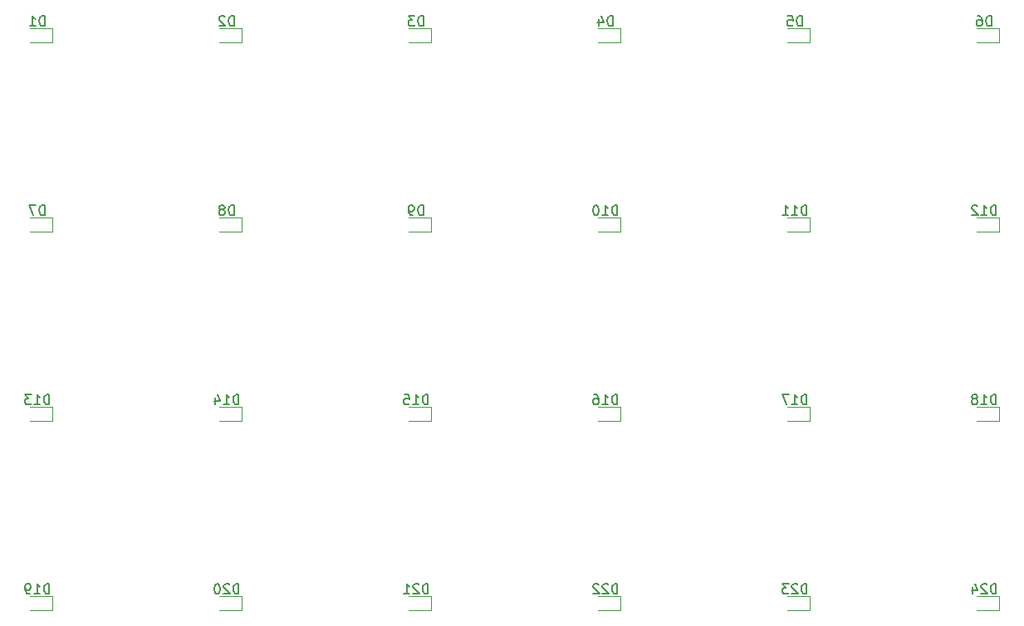
<source format=gbo>
G04 #@! TF.GenerationSoftware,KiCad,Pcbnew,(5.1.2)-2*
G04 #@! TF.CreationDate,2020-01-02T13:45:33-06:00*
G04 #@! TF.ProjectId,untitled-keyboard-project,756e7469-746c-4656-942d-6b6579626f61,rev?*
G04 #@! TF.SameCoordinates,Original*
G04 #@! TF.FileFunction,Legend,Bot*
G04 #@! TF.FilePolarity,Positive*
%FSLAX46Y46*%
G04 Gerber Fmt 4.6, Leading zero omitted, Abs format (unit mm)*
G04 Created by KiCad (PCBNEW (5.1.2)-2) date 2020-01-02 13:45:33*
%MOMM*%
%LPD*%
G04 APERTURE LIST*
%ADD10C,0.120000*%
%ADD11C,0.150000*%
G04 APERTURE END LIST*
D10*
X74637000Y-56107000D02*
X72352000Y-56107000D01*
X74637000Y-54637000D02*
X74637000Y-56107000D01*
X72352000Y-54637000D02*
X74637000Y-54637000D01*
X93941000Y-56107000D02*
X91656000Y-56107000D01*
X93941000Y-54637000D02*
X93941000Y-56107000D01*
X91656000Y-54637000D02*
X93941000Y-54637000D01*
X113245000Y-56107000D02*
X110960000Y-56107000D01*
X113245000Y-54637000D02*
X113245000Y-56107000D01*
X110960000Y-54637000D02*
X113245000Y-54637000D01*
X132549000Y-56107000D02*
X130264000Y-56107000D01*
X132549000Y-54637000D02*
X132549000Y-56107000D01*
X130264000Y-54637000D02*
X132549000Y-54637000D01*
X149568000Y-54637000D02*
X151853000Y-54637000D01*
X151853000Y-54637000D02*
X151853000Y-56107000D01*
X151853000Y-56107000D02*
X149568000Y-56107000D01*
X168872000Y-54637000D02*
X171157000Y-54637000D01*
X171157000Y-54637000D02*
X171157000Y-56107000D01*
X171157000Y-56107000D02*
X168872000Y-56107000D01*
X72352000Y-73941000D02*
X74637000Y-73941000D01*
X74637000Y-73941000D02*
X74637000Y-75411000D01*
X74637000Y-75411000D02*
X72352000Y-75411000D01*
X93941000Y-75411000D02*
X91656000Y-75411000D01*
X93941000Y-73941000D02*
X93941000Y-75411000D01*
X91656000Y-73941000D02*
X93941000Y-73941000D01*
X113245000Y-75411000D02*
X110960000Y-75411000D01*
X113245000Y-73941000D02*
X113245000Y-75411000D01*
X110960000Y-73941000D02*
X113245000Y-73941000D01*
X132549000Y-75411000D02*
X130264000Y-75411000D01*
X132549000Y-73941000D02*
X132549000Y-75411000D01*
X130264000Y-73941000D02*
X132549000Y-73941000D01*
X149568000Y-73941000D02*
X151853000Y-73941000D01*
X151853000Y-73941000D02*
X151853000Y-75411000D01*
X151853000Y-75411000D02*
X149568000Y-75411000D01*
X168872000Y-73941000D02*
X171157000Y-73941000D01*
X171157000Y-73941000D02*
X171157000Y-75411000D01*
X171157000Y-75411000D02*
X168872000Y-75411000D01*
X72352000Y-93245000D02*
X74637000Y-93245000D01*
X74637000Y-93245000D02*
X74637000Y-94715000D01*
X74637000Y-94715000D02*
X72352000Y-94715000D01*
X91656000Y-93245000D02*
X93941000Y-93245000D01*
X93941000Y-93245000D02*
X93941000Y-94715000D01*
X93941000Y-94715000D02*
X91656000Y-94715000D01*
X110960000Y-93245000D02*
X113245000Y-93245000D01*
X113245000Y-93245000D02*
X113245000Y-94715000D01*
X113245000Y-94715000D02*
X110960000Y-94715000D01*
X130264000Y-93245000D02*
X132549000Y-93245000D01*
X132549000Y-93245000D02*
X132549000Y-94715000D01*
X132549000Y-94715000D02*
X130264000Y-94715000D01*
X149568000Y-93245000D02*
X151853000Y-93245000D01*
X151853000Y-93245000D02*
X151853000Y-94715000D01*
X151853000Y-94715000D02*
X149568000Y-94715000D01*
X168872000Y-93245000D02*
X171157000Y-93245000D01*
X171157000Y-93245000D02*
X171157000Y-94715000D01*
X171157000Y-94715000D02*
X168872000Y-94715000D01*
X72352000Y-112549000D02*
X74637000Y-112549000D01*
X74637000Y-112549000D02*
X74637000Y-114019000D01*
X74637000Y-114019000D02*
X72352000Y-114019000D01*
X93941000Y-114019000D02*
X91656000Y-114019000D01*
X93941000Y-112549000D02*
X93941000Y-114019000D01*
X91656000Y-112549000D02*
X93941000Y-112549000D01*
X113245000Y-114019000D02*
X110960000Y-114019000D01*
X113245000Y-112549000D02*
X113245000Y-114019000D01*
X110960000Y-112549000D02*
X113245000Y-112549000D01*
X132549000Y-114019000D02*
X130264000Y-114019000D01*
X132549000Y-112549000D02*
X132549000Y-114019000D01*
X130264000Y-112549000D02*
X132549000Y-112549000D01*
X151853000Y-114019000D02*
X149568000Y-114019000D01*
X151853000Y-112549000D02*
X151853000Y-114019000D01*
X149568000Y-112549000D02*
X151853000Y-112549000D01*
X171157000Y-114019000D02*
X168872000Y-114019000D01*
X171157000Y-112549000D02*
X171157000Y-114019000D01*
X168872000Y-112549000D02*
X171157000Y-112549000D01*
D11*
X73890095Y-54394380D02*
X73890095Y-53394380D01*
X73652000Y-53394380D01*
X73509142Y-53442000D01*
X73413904Y-53537238D01*
X73366285Y-53632476D01*
X73318666Y-53822952D01*
X73318666Y-53965809D01*
X73366285Y-54156285D01*
X73413904Y-54251523D01*
X73509142Y-54346761D01*
X73652000Y-54394380D01*
X73890095Y-54394380D01*
X72366285Y-54394380D02*
X72937714Y-54394380D01*
X72652000Y-54394380D02*
X72652000Y-53394380D01*
X72747238Y-53537238D01*
X72842476Y-53632476D01*
X72937714Y-53680095D01*
X93194095Y-54394380D02*
X93194095Y-53394380D01*
X92956000Y-53394380D01*
X92813142Y-53442000D01*
X92717904Y-53537238D01*
X92670285Y-53632476D01*
X92622666Y-53822952D01*
X92622666Y-53965809D01*
X92670285Y-54156285D01*
X92717904Y-54251523D01*
X92813142Y-54346761D01*
X92956000Y-54394380D01*
X93194095Y-54394380D01*
X92241714Y-53489619D02*
X92194095Y-53442000D01*
X92098857Y-53394380D01*
X91860761Y-53394380D01*
X91765523Y-53442000D01*
X91717904Y-53489619D01*
X91670285Y-53584857D01*
X91670285Y-53680095D01*
X91717904Y-53822952D01*
X92289333Y-54394380D01*
X91670285Y-54394380D01*
X112498095Y-54394380D02*
X112498095Y-53394380D01*
X112260000Y-53394380D01*
X112117142Y-53442000D01*
X112021904Y-53537238D01*
X111974285Y-53632476D01*
X111926666Y-53822952D01*
X111926666Y-53965809D01*
X111974285Y-54156285D01*
X112021904Y-54251523D01*
X112117142Y-54346761D01*
X112260000Y-54394380D01*
X112498095Y-54394380D01*
X111593333Y-53394380D02*
X110974285Y-53394380D01*
X111307619Y-53775333D01*
X111164761Y-53775333D01*
X111069523Y-53822952D01*
X111021904Y-53870571D01*
X110974285Y-53965809D01*
X110974285Y-54203904D01*
X111021904Y-54299142D01*
X111069523Y-54346761D01*
X111164761Y-54394380D01*
X111450476Y-54394380D01*
X111545714Y-54346761D01*
X111593333Y-54299142D01*
X131802095Y-54394380D02*
X131802095Y-53394380D01*
X131564000Y-53394380D01*
X131421142Y-53442000D01*
X131325904Y-53537238D01*
X131278285Y-53632476D01*
X131230666Y-53822952D01*
X131230666Y-53965809D01*
X131278285Y-54156285D01*
X131325904Y-54251523D01*
X131421142Y-54346761D01*
X131564000Y-54394380D01*
X131802095Y-54394380D01*
X130373523Y-53727714D02*
X130373523Y-54394380D01*
X130611619Y-53346761D02*
X130849714Y-54061047D01*
X130230666Y-54061047D01*
X151106095Y-54394380D02*
X151106095Y-53394380D01*
X150868000Y-53394380D01*
X150725142Y-53442000D01*
X150629904Y-53537238D01*
X150582285Y-53632476D01*
X150534666Y-53822952D01*
X150534666Y-53965809D01*
X150582285Y-54156285D01*
X150629904Y-54251523D01*
X150725142Y-54346761D01*
X150868000Y-54394380D01*
X151106095Y-54394380D01*
X149629904Y-53394380D02*
X150106095Y-53394380D01*
X150153714Y-53870571D01*
X150106095Y-53822952D01*
X150010857Y-53775333D01*
X149772761Y-53775333D01*
X149677523Y-53822952D01*
X149629904Y-53870571D01*
X149582285Y-53965809D01*
X149582285Y-54203904D01*
X149629904Y-54299142D01*
X149677523Y-54346761D01*
X149772761Y-54394380D01*
X150010857Y-54394380D01*
X150106095Y-54346761D01*
X150153714Y-54299142D01*
X170410095Y-54394380D02*
X170410095Y-53394380D01*
X170172000Y-53394380D01*
X170029142Y-53442000D01*
X169933904Y-53537238D01*
X169886285Y-53632476D01*
X169838666Y-53822952D01*
X169838666Y-53965809D01*
X169886285Y-54156285D01*
X169933904Y-54251523D01*
X170029142Y-54346761D01*
X170172000Y-54394380D01*
X170410095Y-54394380D01*
X168981523Y-53394380D02*
X169172000Y-53394380D01*
X169267238Y-53442000D01*
X169314857Y-53489619D01*
X169410095Y-53632476D01*
X169457714Y-53822952D01*
X169457714Y-54203904D01*
X169410095Y-54299142D01*
X169362476Y-54346761D01*
X169267238Y-54394380D01*
X169076761Y-54394380D01*
X168981523Y-54346761D01*
X168933904Y-54299142D01*
X168886285Y-54203904D01*
X168886285Y-53965809D01*
X168933904Y-53870571D01*
X168981523Y-53822952D01*
X169076761Y-53775333D01*
X169267238Y-53775333D01*
X169362476Y-53822952D01*
X169410095Y-53870571D01*
X169457714Y-53965809D01*
X73890095Y-73698380D02*
X73890095Y-72698380D01*
X73652000Y-72698380D01*
X73509142Y-72746000D01*
X73413904Y-72841238D01*
X73366285Y-72936476D01*
X73318666Y-73126952D01*
X73318666Y-73269809D01*
X73366285Y-73460285D01*
X73413904Y-73555523D01*
X73509142Y-73650761D01*
X73652000Y-73698380D01*
X73890095Y-73698380D01*
X72985333Y-72698380D02*
X72318666Y-72698380D01*
X72747238Y-73698380D01*
X93194095Y-73698380D02*
X93194095Y-72698380D01*
X92956000Y-72698380D01*
X92813142Y-72746000D01*
X92717904Y-72841238D01*
X92670285Y-72936476D01*
X92622666Y-73126952D01*
X92622666Y-73269809D01*
X92670285Y-73460285D01*
X92717904Y-73555523D01*
X92813142Y-73650761D01*
X92956000Y-73698380D01*
X93194095Y-73698380D01*
X92051238Y-73126952D02*
X92146476Y-73079333D01*
X92194095Y-73031714D01*
X92241714Y-72936476D01*
X92241714Y-72888857D01*
X92194095Y-72793619D01*
X92146476Y-72746000D01*
X92051238Y-72698380D01*
X91860761Y-72698380D01*
X91765523Y-72746000D01*
X91717904Y-72793619D01*
X91670285Y-72888857D01*
X91670285Y-72936476D01*
X91717904Y-73031714D01*
X91765523Y-73079333D01*
X91860761Y-73126952D01*
X92051238Y-73126952D01*
X92146476Y-73174571D01*
X92194095Y-73222190D01*
X92241714Y-73317428D01*
X92241714Y-73507904D01*
X92194095Y-73603142D01*
X92146476Y-73650761D01*
X92051238Y-73698380D01*
X91860761Y-73698380D01*
X91765523Y-73650761D01*
X91717904Y-73603142D01*
X91670285Y-73507904D01*
X91670285Y-73317428D01*
X91717904Y-73222190D01*
X91765523Y-73174571D01*
X91860761Y-73126952D01*
X112498095Y-73698380D02*
X112498095Y-72698380D01*
X112260000Y-72698380D01*
X112117142Y-72746000D01*
X112021904Y-72841238D01*
X111974285Y-72936476D01*
X111926666Y-73126952D01*
X111926666Y-73269809D01*
X111974285Y-73460285D01*
X112021904Y-73555523D01*
X112117142Y-73650761D01*
X112260000Y-73698380D01*
X112498095Y-73698380D01*
X111450476Y-73698380D02*
X111260000Y-73698380D01*
X111164761Y-73650761D01*
X111117142Y-73603142D01*
X111021904Y-73460285D01*
X110974285Y-73269809D01*
X110974285Y-72888857D01*
X111021904Y-72793619D01*
X111069523Y-72746000D01*
X111164761Y-72698380D01*
X111355238Y-72698380D01*
X111450476Y-72746000D01*
X111498095Y-72793619D01*
X111545714Y-72888857D01*
X111545714Y-73126952D01*
X111498095Y-73222190D01*
X111450476Y-73269809D01*
X111355238Y-73317428D01*
X111164761Y-73317428D01*
X111069523Y-73269809D01*
X111021904Y-73222190D01*
X110974285Y-73126952D01*
X132278285Y-73698380D02*
X132278285Y-72698380D01*
X132040190Y-72698380D01*
X131897333Y-72746000D01*
X131802095Y-72841238D01*
X131754476Y-72936476D01*
X131706857Y-73126952D01*
X131706857Y-73269809D01*
X131754476Y-73460285D01*
X131802095Y-73555523D01*
X131897333Y-73650761D01*
X132040190Y-73698380D01*
X132278285Y-73698380D01*
X130754476Y-73698380D02*
X131325904Y-73698380D01*
X131040190Y-73698380D02*
X131040190Y-72698380D01*
X131135428Y-72841238D01*
X131230666Y-72936476D01*
X131325904Y-72984095D01*
X130135428Y-72698380D02*
X130040190Y-72698380D01*
X129944952Y-72746000D01*
X129897333Y-72793619D01*
X129849714Y-72888857D01*
X129802095Y-73079333D01*
X129802095Y-73317428D01*
X129849714Y-73507904D01*
X129897333Y-73603142D01*
X129944952Y-73650761D01*
X130040190Y-73698380D01*
X130135428Y-73698380D01*
X130230666Y-73650761D01*
X130278285Y-73603142D01*
X130325904Y-73507904D01*
X130373523Y-73317428D01*
X130373523Y-73079333D01*
X130325904Y-72888857D01*
X130278285Y-72793619D01*
X130230666Y-72746000D01*
X130135428Y-72698380D01*
X151582285Y-73698380D02*
X151582285Y-72698380D01*
X151344190Y-72698380D01*
X151201333Y-72746000D01*
X151106095Y-72841238D01*
X151058476Y-72936476D01*
X151010857Y-73126952D01*
X151010857Y-73269809D01*
X151058476Y-73460285D01*
X151106095Y-73555523D01*
X151201333Y-73650761D01*
X151344190Y-73698380D01*
X151582285Y-73698380D01*
X150058476Y-73698380D02*
X150629904Y-73698380D01*
X150344190Y-73698380D02*
X150344190Y-72698380D01*
X150439428Y-72841238D01*
X150534666Y-72936476D01*
X150629904Y-72984095D01*
X149106095Y-73698380D02*
X149677523Y-73698380D01*
X149391809Y-73698380D02*
X149391809Y-72698380D01*
X149487047Y-72841238D01*
X149582285Y-72936476D01*
X149677523Y-72984095D01*
X170886285Y-73698380D02*
X170886285Y-72698380D01*
X170648190Y-72698380D01*
X170505333Y-72746000D01*
X170410095Y-72841238D01*
X170362476Y-72936476D01*
X170314857Y-73126952D01*
X170314857Y-73269809D01*
X170362476Y-73460285D01*
X170410095Y-73555523D01*
X170505333Y-73650761D01*
X170648190Y-73698380D01*
X170886285Y-73698380D01*
X169362476Y-73698380D02*
X169933904Y-73698380D01*
X169648190Y-73698380D02*
X169648190Y-72698380D01*
X169743428Y-72841238D01*
X169838666Y-72936476D01*
X169933904Y-72984095D01*
X168981523Y-72793619D02*
X168933904Y-72746000D01*
X168838666Y-72698380D01*
X168600571Y-72698380D01*
X168505333Y-72746000D01*
X168457714Y-72793619D01*
X168410095Y-72888857D01*
X168410095Y-72984095D01*
X168457714Y-73126952D01*
X169029142Y-73698380D01*
X168410095Y-73698380D01*
X74366285Y-93002380D02*
X74366285Y-92002380D01*
X74128190Y-92002380D01*
X73985333Y-92050000D01*
X73890095Y-92145238D01*
X73842476Y-92240476D01*
X73794857Y-92430952D01*
X73794857Y-92573809D01*
X73842476Y-92764285D01*
X73890095Y-92859523D01*
X73985333Y-92954761D01*
X74128190Y-93002380D01*
X74366285Y-93002380D01*
X72842476Y-93002380D02*
X73413904Y-93002380D01*
X73128190Y-93002380D02*
X73128190Y-92002380D01*
X73223428Y-92145238D01*
X73318666Y-92240476D01*
X73413904Y-92288095D01*
X72509142Y-92002380D02*
X71890095Y-92002380D01*
X72223428Y-92383333D01*
X72080571Y-92383333D01*
X71985333Y-92430952D01*
X71937714Y-92478571D01*
X71890095Y-92573809D01*
X71890095Y-92811904D01*
X71937714Y-92907142D01*
X71985333Y-92954761D01*
X72080571Y-93002380D01*
X72366285Y-93002380D01*
X72461523Y-92954761D01*
X72509142Y-92907142D01*
X93670285Y-93002380D02*
X93670285Y-92002380D01*
X93432190Y-92002380D01*
X93289333Y-92050000D01*
X93194095Y-92145238D01*
X93146476Y-92240476D01*
X93098857Y-92430952D01*
X93098857Y-92573809D01*
X93146476Y-92764285D01*
X93194095Y-92859523D01*
X93289333Y-92954761D01*
X93432190Y-93002380D01*
X93670285Y-93002380D01*
X92146476Y-93002380D02*
X92717904Y-93002380D01*
X92432190Y-93002380D02*
X92432190Y-92002380D01*
X92527428Y-92145238D01*
X92622666Y-92240476D01*
X92717904Y-92288095D01*
X91289333Y-92335714D02*
X91289333Y-93002380D01*
X91527428Y-91954761D02*
X91765523Y-92669047D01*
X91146476Y-92669047D01*
X112974285Y-93002380D02*
X112974285Y-92002380D01*
X112736190Y-92002380D01*
X112593333Y-92050000D01*
X112498095Y-92145238D01*
X112450476Y-92240476D01*
X112402857Y-92430952D01*
X112402857Y-92573809D01*
X112450476Y-92764285D01*
X112498095Y-92859523D01*
X112593333Y-92954761D01*
X112736190Y-93002380D01*
X112974285Y-93002380D01*
X111450476Y-93002380D02*
X112021904Y-93002380D01*
X111736190Y-93002380D02*
X111736190Y-92002380D01*
X111831428Y-92145238D01*
X111926666Y-92240476D01*
X112021904Y-92288095D01*
X110545714Y-92002380D02*
X111021904Y-92002380D01*
X111069523Y-92478571D01*
X111021904Y-92430952D01*
X110926666Y-92383333D01*
X110688571Y-92383333D01*
X110593333Y-92430952D01*
X110545714Y-92478571D01*
X110498095Y-92573809D01*
X110498095Y-92811904D01*
X110545714Y-92907142D01*
X110593333Y-92954761D01*
X110688571Y-93002380D01*
X110926666Y-93002380D01*
X111021904Y-92954761D01*
X111069523Y-92907142D01*
X132278285Y-93002380D02*
X132278285Y-92002380D01*
X132040190Y-92002380D01*
X131897333Y-92050000D01*
X131802095Y-92145238D01*
X131754476Y-92240476D01*
X131706857Y-92430952D01*
X131706857Y-92573809D01*
X131754476Y-92764285D01*
X131802095Y-92859523D01*
X131897333Y-92954761D01*
X132040190Y-93002380D01*
X132278285Y-93002380D01*
X130754476Y-93002380D02*
X131325904Y-93002380D01*
X131040190Y-93002380D02*
X131040190Y-92002380D01*
X131135428Y-92145238D01*
X131230666Y-92240476D01*
X131325904Y-92288095D01*
X129897333Y-92002380D02*
X130087809Y-92002380D01*
X130183047Y-92050000D01*
X130230666Y-92097619D01*
X130325904Y-92240476D01*
X130373523Y-92430952D01*
X130373523Y-92811904D01*
X130325904Y-92907142D01*
X130278285Y-92954761D01*
X130183047Y-93002380D01*
X129992571Y-93002380D01*
X129897333Y-92954761D01*
X129849714Y-92907142D01*
X129802095Y-92811904D01*
X129802095Y-92573809D01*
X129849714Y-92478571D01*
X129897333Y-92430952D01*
X129992571Y-92383333D01*
X130183047Y-92383333D01*
X130278285Y-92430952D01*
X130325904Y-92478571D01*
X130373523Y-92573809D01*
X151582285Y-93002380D02*
X151582285Y-92002380D01*
X151344190Y-92002380D01*
X151201333Y-92050000D01*
X151106095Y-92145238D01*
X151058476Y-92240476D01*
X151010857Y-92430952D01*
X151010857Y-92573809D01*
X151058476Y-92764285D01*
X151106095Y-92859523D01*
X151201333Y-92954761D01*
X151344190Y-93002380D01*
X151582285Y-93002380D01*
X150058476Y-93002380D02*
X150629904Y-93002380D01*
X150344190Y-93002380D02*
X150344190Y-92002380D01*
X150439428Y-92145238D01*
X150534666Y-92240476D01*
X150629904Y-92288095D01*
X149725142Y-92002380D02*
X149058476Y-92002380D01*
X149487047Y-93002380D01*
X170886285Y-93002380D02*
X170886285Y-92002380D01*
X170648190Y-92002380D01*
X170505333Y-92050000D01*
X170410095Y-92145238D01*
X170362476Y-92240476D01*
X170314857Y-92430952D01*
X170314857Y-92573809D01*
X170362476Y-92764285D01*
X170410095Y-92859523D01*
X170505333Y-92954761D01*
X170648190Y-93002380D01*
X170886285Y-93002380D01*
X169362476Y-93002380D02*
X169933904Y-93002380D01*
X169648190Y-93002380D02*
X169648190Y-92002380D01*
X169743428Y-92145238D01*
X169838666Y-92240476D01*
X169933904Y-92288095D01*
X168791047Y-92430952D02*
X168886285Y-92383333D01*
X168933904Y-92335714D01*
X168981523Y-92240476D01*
X168981523Y-92192857D01*
X168933904Y-92097619D01*
X168886285Y-92050000D01*
X168791047Y-92002380D01*
X168600571Y-92002380D01*
X168505333Y-92050000D01*
X168457714Y-92097619D01*
X168410095Y-92192857D01*
X168410095Y-92240476D01*
X168457714Y-92335714D01*
X168505333Y-92383333D01*
X168600571Y-92430952D01*
X168791047Y-92430952D01*
X168886285Y-92478571D01*
X168933904Y-92526190D01*
X168981523Y-92621428D01*
X168981523Y-92811904D01*
X168933904Y-92907142D01*
X168886285Y-92954761D01*
X168791047Y-93002380D01*
X168600571Y-93002380D01*
X168505333Y-92954761D01*
X168457714Y-92907142D01*
X168410095Y-92811904D01*
X168410095Y-92621428D01*
X168457714Y-92526190D01*
X168505333Y-92478571D01*
X168600571Y-92430952D01*
X74366285Y-112306380D02*
X74366285Y-111306380D01*
X74128190Y-111306380D01*
X73985333Y-111354000D01*
X73890095Y-111449238D01*
X73842476Y-111544476D01*
X73794857Y-111734952D01*
X73794857Y-111877809D01*
X73842476Y-112068285D01*
X73890095Y-112163523D01*
X73985333Y-112258761D01*
X74128190Y-112306380D01*
X74366285Y-112306380D01*
X72842476Y-112306380D02*
X73413904Y-112306380D01*
X73128190Y-112306380D02*
X73128190Y-111306380D01*
X73223428Y-111449238D01*
X73318666Y-111544476D01*
X73413904Y-111592095D01*
X72366285Y-112306380D02*
X72175809Y-112306380D01*
X72080571Y-112258761D01*
X72032952Y-112211142D01*
X71937714Y-112068285D01*
X71890095Y-111877809D01*
X71890095Y-111496857D01*
X71937714Y-111401619D01*
X71985333Y-111354000D01*
X72080571Y-111306380D01*
X72271047Y-111306380D01*
X72366285Y-111354000D01*
X72413904Y-111401619D01*
X72461523Y-111496857D01*
X72461523Y-111734952D01*
X72413904Y-111830190D01*
X72366285Y-111877809D01*
X72271047Y-111925428D01*
X72080571Y-111925428D01*
X71985333Y-111877809D01*
X71937714Y-111830190D01*
X71890095Y-111734952D01*
X93670285Y-112306380D02*
X93670285Y-111306380D01*
X93432190Y-111306380D01*
X93289333Y-111354000D01*
X93194095Y-111449238D01*
X93146476Y-111544476D01*
X93098857Y-111734952D01*
X93098857Y-111877809D01*
X93146476Y-112068285D01*
X93194095Y-112163523D01*
X93289333Y-112258761D01*
X93432190Y-112306380D01*
X93670285Y-112306380D01*
X92717904Y-111401619D02*
X92670285Y-111354000D01*
X92575047Y-111306380D01*
X92336952Y-111306380D01*
X92241714Y-111354000D01*
X92194095Y-111401619D01*
X92146476Y-111496857D01*
X92146476Y-111592095D01*
X92194095Y-111734952D01*
X92765523Y-112306380D01*
X92146476Y-112306380D01*
X91527428Y-111306380D02*
X91432190Y-111306380D01*
X91336952Y-111354000D01*
X91289333Y-111401619D01*
X91241714Y-111496857D01*
X91194095Y-111687333D01*
X91194095Y-111925428D01*
X91241714Y-112115904D01*
X91289333Y-112211142D01*
X91336952Y-112258761D01*
X91432190Y-112306380D01*
X91527428Y-112306380D01*
X91622666Y-112258761D01*
X91670285Y-112211142D01*
X91717904Y-112115904D01*
X91765523Y-111925428D01*
X91765523Y-111687333D01*
X91717904Y-111496857D01*
X91670285Y-111401619D01*
X91622666Y-111354000D01*
X91527428Y-111306380D01*
X112974285Y-112306380D02*
X112974285Y-111306380D01*
X112736190Y-111306380D01*
X112593333Y-111354000D01*
X112498095Y-111449238D01*
X112450476Y-111544476D01*
X112402857Y-111734952D01*
X112402857Y-111877809D01*
X112450476Y-112068285D01*
X112498095Y-112163523D01*
X112593333Y-112258761D01*
X112736190Y-112306380D01*
X112974285Y-112306380D01*
X112021904Y-111401619D02*
X111974285Y-111354000D01*
X111879047Y-111306380D01*
X111640952Y-111306380D01*
X111545714Y-111354000D01*
X111498095Y-111401619D01*
X111450476Y-111496857D01*
X111450476Y-111592095D01*
X111498095Y-111734952D01*
X112069523Y-112306380D01*
X111450476Y-112306380D01*
X110498095Y-112306380D02*
X111069523Y-112306380D01*
X110783809Y-112306380D02*
X110783809Y-111306380D01*
X110879047Y-111449238D01*
X110974285Y-111544476D01*
X111069523Y-111592095D01*
X132278285Y-112306380D02*
X132278285Y-111306380D01*
X132040190Y-111306380D01*
X131897333Y-111354000D01*
X131802095Y-111449238D01*
X131754476Y-111544476D01*
X131706857Y-111734952D01*
X131706857Y-111877809D01*
X131754476Y-112068285D01*
X131802095Y-112163523D01*
X131897333Y-112258761D01*
X132040190Y-112306380D01*
X132278285Y-112306380D01*
X131325904Y-111401619D02*
X131278285Y-111354000D01*
X131183047Y-111306380D01*
X130944952Y-111306380D01*
X130849714Y-111354000D01*
X130802095Y-111401619D01*
X130754476Y-111496857D01*
X130754476Y-111592095D01*
X130802095Y-111734952D01*
X131373523Y-112306380D01*
X130754476Y-112306380D01*
X130373523Y-111401619D02*
X130325904Y-111354000D01*
X130230666Y-111306380D01*
X129992571Y-111306380D01*
X129897333Y-111354000D01*
X129849714Y-111401619D01*
X129802095Y-111496857D01*
X129802095Y-111592095D01*
X129849714Y-111734952D01*
X130421142Y-112306380D01*
X129802095Y-112306380D01*
X151582285Y-112306380D02*
X151582285Y-111306380D01*
X151344190Y-111306380D01*
X151201333Y-111354000D01*
X151106095Y-111449238D01*
X151058476Y-111544476D01*
X151010857Y-111734952D01*
X151010857Y-111877809D01*
X151058476Y-112068285D01*
X151106095Y-112163523D01*
X151201333Y-112258761D01*
X151344190Y-112306380D01*
X151582285Y-112306380D01*
X150629904Y-111401619D02*
X150582285Y-111354000D01*
X150487047Y-111306380D01*
X150248952Y-111306380D01*
X150153714Y-111354000D01*
X150106095Y-111401619D01*
X150058476Y-111496857D01*
X150058476Y-111592095D01*
X150106095Y-111734952D01*
X150677523Y-112306380D01*
X150058476Y-112306380D01*
X149725142Y-111306380D02*
X149106095Y-111306380D01*
X149439428Y-111687333D01*
X149296571Y-111687333D01*
X149201333Y-111734952D01*
X149153714Y-111782571D01*
X149106095Y-111877809D01*
X149106095Y-112115904D01*
X149153714Y-112211142D01*
X149201333Y-112258761D01*
X149296571Y-112306380D01*
X149582285Y-112306380D01*
X149677523Y-112258761D01*
X149725142Y-112211142D01*
X170886285Y-112306380D02*
X170886285Y-111306380D01*
X170648190Y-111306380D01*
X170505333Y-111354000D01*
X170410095Y-111449238D01*
X170362476Y-111544476D01*
X170314857Y-111734952D01*
X170314857Y-111877809D01*
X170362476Y-112068285D01*
X170410095Y-112163523D01*
X170505333Y-112258761D01*
X170648190Y-112306380D01*
X170886285Y-112306380D01*
X169933904Y-111401619D02*
X169886285Y-111354000D01*
X169791047Y-111306380D01*
X169552952Y-111306380D01*
X169457714Y-111354000D01*
X169410095Y-111401619D01*
X169362476Y-111496857D01*
X169362476Y-111592095D01*
X169410095Y-111734952D01*
X169981523Y-112306380D01*
X169362476Y-112306380D01*
X168505333Y-111639714D02*
X168505333Y-112306380D01*
X168743428Y-111258761D02*
X168981523Y-111973047D01*
X168362476Y-111973047D01*
M02*

</source>
